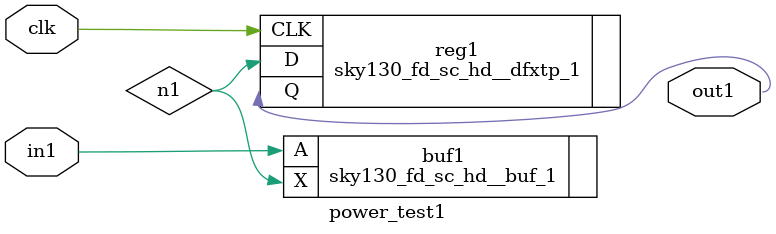
<source format=v>
module power_test1 (clk, in1, out1);
  input clk, in1;
  output out1;
  wire n1;

  sky130_fd_sc_hd__buf_1 buf1 (.A(in1), .X(n1));
  sky130_fd_sc_hd__dfxtp_1 reg1 (.D(n1), .CLK(clk), .Q(out1));
endmodule

</source>
